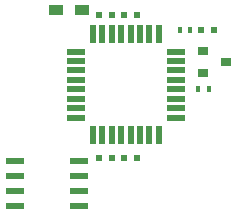
<source format=gbp>
G04 #@! TF.GenerationSoftware,KiCad,Pcbnew,no-vcs-found-342f28f~58~ubuntu16.04.1*
G04 #@! TF.CreationDate,2017-05-04T11:15:04+03:00*
G04 #@! TF.ProjectId,minimal_node_rfm69w,6D696E696D616C5F6E6F64655F72666D,rev?*
G04 #@! TF.FileFunction,Paste,Bot*
G04 #@! TF.FilePolarity,Positive*
%FSLAX46Y46*%
G04 Gerber Fmt 4.6, Leading zero omitted, Abs format (unit mm)*
G04 Created by KiCad (PCBNEW no-vcs-found-342f28f~58~ubuntu16.04.1) date Thu May  4 11:15:04 2017*
%MOMM*%
%LPD*%
G01*
G04 APERTURE LIST*
%ADD10C,0.100000*%
%ADD11R,0.600000X0.500000*%
%ADD12R,1.200000X0.900000*%
%ADD13R,0.400000X0.600000*%
%ADD14R,1.550000X0.600000*%
%ADD15R,1.600000X0.550000*%
%ADD16R,0.550000X1.600000*%
%ADD17R,0.900000X0.800000*%
G04 APERTURE END LIST*
D10*
D11*
X147150000Y-66800000D03*
X148250000Y-66800000D03*
X147150000Y-54700000D03*
X148250000Y-54700000D03*
X149250000Y-66800000D03*
X150350000Y-66800000D03*
X149250000Y-54700000D03*
X150350000Y-54700000D03*
X155750000Y-56000000D03*
X156850000Y-56000000D03*
D12*
X143500000Y-54300000D03*
X145700000Y-54300000D03*
D13*
X154850000Y-56000000D03*
X153950000Y-56000000D03*
X155550000Y-61000000D03*
X156450000Y-61000000D03*
D14*
X145400000Y-70905000D03*
X145400000Y-69635000D03*
X145400000Y-68365000D03*
X145400000Y-67095000D03*
X140000000Y-67095000D03*
X140000000Y-68365000D03*
X140000000Y-69635000D03*
X140000000Y-70905000D03*
D15*
X153650000Y-63400000D03*
X153650000Y-62600000D03*
X153650000Y-61800000D03*
X153650000Y-61000000D03*
X153650000Y-60200000D03*
X153650000Y-59400000D03*
X153650000Y-58600000D03*
X153650000Y-57800000D03*
D16*
X152200000Y-56350000D03*
X151400000Y-56350000D03*
X150600000Y-56350000D03*
X149800000Y-56350000D03*
X149000000Y-56350000D03*
X148200000Y-56350000D03*
X147400000Y-56350000D03*
X146600000Y-56350000D03*
D15*
X145150000Y-57800000D03*
X145150000Y-58600000D03*
X145150000Y-59400000D03*
X145150000Y-60200000D03*
X145150000Y-61000000D03*
X145150000Y-61800000D03*
X145150000Y-62600000D03*
X145150000Y-63400000D03*
D16*
X146600000Y-64850000D03*
X147400000Y-64850000D03*
X148200000Y-64850000D03*
X149000000Y-64850000D03*
X149800000Y-64850000D03*
X150600000Y-64850000D03*
X151400000Y-64850000D03*
X152200000Y-64850000D03*
D17*
X157900000Y-58700000D03*
X155900000Y-57750000D03*
X155900000Y-59650000D03*
M02*

</source>
